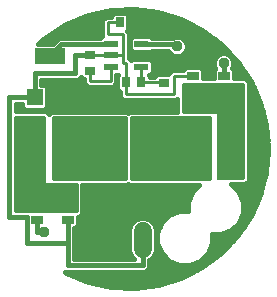
<source format=gtl>
G75*
%MOIN*%
%OFA0B0*%
%FSLAX25Y25*%
%IPPOS*%
%LPD*%
%AMOC8*
5,1,8,0,0,1.08239X$1,22.5*
%
%ADD10R,0.05118X0.05906*%
%ADD11R,0.04803X0.02441*%
%ADD12R,0.03543X0.02756*%
%ADD13R,0.02756X0.03543*%
%ADD14R,0.05512X0.05512*%
%ADD15R,0.09843X0.05512*%
%ADD16R,0.11811X0.06693*%
%ADD17R,0.11811X0.03150*%
%ADD18C,0.05906*%
%ADD19R,0.03898X0.02717*%
%ADD20C,0.01000*%
%ADD21C,0.01600*%
%ADD22C,0.03762*%
D10*
X0019510Y0057500D03*
X0026990Y0057500D03*
X0081740Y0042500D03*
X0074260Y0042500D03*
D11*
X0043843Y0084740D03*
X0043843Y0081000D03*
X0043843Y0077260D03*
X0054157Y0077260D03*
X0054157Y0084740D03*
X0054157Y0081000D03*
D12*
X0061500Y0071941D03*
X0061500Y0077059D03*
X0037000Y0081059D03*
X0037000Y0075941D03*
D13*
X0048941Y0072000D03*
X0054059Y0072000D03*
X0046941Y0092000D03*
X0052059Y0092000D03*
D14*
X0018579Y0067020D03*
X0028421Y0067020D03*
D15*
X0023500Y0080799D03*
D16*
X0040000Y0057441D03*
X0040000Y0042559D03*
X0060000Y0057441D03*
X0060000Y0042559D03*
D17*
X0040000Y0064331D03*
X0040000Y0035669D03*
X0060000Y0064331D03*
X0060000Y0035669D03*
D18*
X0054500Y0022453D02*
X0054500Y0016547D01*
X0044500Y0016547D02*
X0044500Y0022453D01*
D19*
X0019382Y0033740D03*
X0019382Y0030000D03*
X0019382Y0026260D03*
X0029618Y0026260D03*
X0029618Y0030000D03*
X0029618Y0033740D03*
X0081618Y0066760D03*
X0081618Y0070500D03*
X0081618Y0074240D03*
X0071382Y0074240D03*
X0071382Y0070500D03*
X0071382Y0066760D03*
D20*
X0043843Y0081059D02*
X0037000Y0081059D01*
X0046941Y0092000D02*
X0043000Y0092000D01*
X0043000Y0088000D01*
X0048000Y0088000D01*
X0048000Y0081000D01*
X0043843Y0081000D01*
X0048941Y0072000D02*
X0048941Y0078500D01*
X0048000Y0078500D01*
X0048000Y0081000D01*
X0048941Y0072000D02*
X0048941Y0068000D01*
X0065000Y0068000D01*
X0065000Y0074240D01*
X0071382Y0074240D01*
X0029618Y0026260D02*
X0029500Y0026260D01*
X0052059Y0092000D02*
X0056500Y0092000D01*
X0056500Y0088000D01*
X0050000Y0088000D01*
X0050000Y0081000D01*
X0054157Y0081000D01*
X0061500Y0081000D01*
X0061500Y0081300D01*
X0028421Y0067020D02*
X0040000Y0067020D01*
X0040000Y0064331D01*
X0021500Y0060500D02*
X0021500Y0038000D01*
X0032500Y0038000D01*
X0032500Y0029000D01*
X0011900Y0029000D01*
X0011900Y0060500D01*
X0021500Y0060500D01*
X0011900Y0029955D02*
X0032500Y0029955D01*
X0032500Y0030954D02*
X0011900Y0030954D01*
X0011900Y0031952D02*
X0032500Y0031952D01*
X0032500Y0032951D02*
X0011900Y0032951D01*
X0011900Y0033949D02*
X0032500Y0033949D01*
X0032500Y0034948D02*
X0011900Y0034948D01*
X0011900Y0035946D02*
X0032500Y0035946D01*
X0032500Y0036945D02*
X0011900Y0036945D01*
X0011900Y0037943D02*
X0032500Y0037943D01*
X0021500Y0038942D02*
X0011900Y0038942D01*
X0011900Y0039940D02*
X0021500Y0039940D01*
X0021500Y0040939D02*
X0011900Y0040939D01*
X0011900Y0041937D02*
X0021500Y0041937D01*
X0021500Y0042936D02*
X0011900Y0042936D01*
X0011900Y0043934D02*
X0021500Y0043934D01*
X0021500Y0044933D02*
X0011900Y0044933D01*
X0011900Y0045932D02*
X0021500Y0045932D01*
X0021500Y0046930D02*
X0011900Y0046930D01*
X0011900Y0047929D02*
X0021500Y0047929D01*
X0021500Y0048927D02*
X0011900Y0048927D01*
X0011900Y0049926D02*
X0021500Y0049926D01*
X0021500Y0050924D02*
X0011900Y0050924D01*
X0011900Y0051923D02*
X0021500Y0051923D01*
X0021500Y0052921D02*
X0011900Y0052921D01*
X0011900Y0053920D02*
X0021500Y0053920D01*
X0021500Y0054918D02*
X0011900Y0054918D01*
X0011900Y0055917D02*
X0021500Y0055917D01*
X0021500Y0056915D02*
X0011900Y0056915D01*
X0011900Y0057914D02*
X0021500Y0057914D01*
X0021500Y0058912D02*
X0011900Y0058912D01*
X0011900Y0059911D02*
X0021500Y0059911D01*
X0054157Y0077260D02*
X0054157Y0072000D01*
X0061500Y0072000D01*
X0061500Y0071941D01*
X0043843Y0077260D02*
X0043843Y0072500D01*
X0037000Y0072500D01*
X0037000Y0075941D01*
X0088000Y0040000D02*
X0079500Y0040000D01*
X0079500Y0062000D01*
X0068000Y0062000D01*
X0068000Y0071500D01*
X0088000Y0071500D01*
X0088000Y0040000D01*
X0088000Y0040939D02*
X0079500Y0040939D01*
X0079500Y0041937D02*
X0088000Y0041937D01*
X0088000Y0042936D02*
X0079500Y0042936D01*
X0079500Y0043934D02*
X0088000Y0043934D01*
X0088000Y0044933D02*
X0079500Y0044933D01*
X0079500Y0045932D02*
X0088000Y0045932D01*
X0088000Y0046930D02*
X0079500Y0046930D01*
X0079500Y0047929D02*
X0088000Y0047929D01*
X0088000Y0048927D02*
X0079500Y0048927D01*
X0079500Y0049926D02*
X0088000Y0049926D01*
X0088000Y0050924D02*
X0079500Y0050924D01*
X0079500Y0051923D02*
X0088000Y0051923D01*
X0088000Y0052921D02*
X0079500Y0052921D01*
X0079500Y0053920D02*
X0088000Y0053920D01*
X0088000Y0054918D02*
X0079500Y0054918D01*
X0079500Y0055917D02*
X0088000Y0055917D01*
X0088000Y0056915D02*
X0079500Y0056915D01*
X0079500Y0057914D02*
X0088000Y0057914D01*
X0088000Y0058912D02*
X0079500Y0058912D01*
X0079500Y0059911D02*
X0088000Y0059911D01*
X0088000Y0060909D02*
X0079500Y0060909D01*
X0079500Y0061908D02*
X0088000Y0061908D01*
X0088000Y0062906D02*
X0068000Y0062906D01*
X0068000Y0063905D02*
X0088000Y0063905D01*
X0088000Y0064903D02*
X0068000Y0064903D01*
X0068000Y0065902D02*
X0088000Y0065902D01*
X0088000Y0066900D02*
X0068000Y0066900D01*
X0068000Y0067899D02*
X0088000Y0067899D01*
X0088000Y0068897D02*
X0068000Y0068897D01*
X0068000Y0069896D02*
X0088000Y0069896D01*
X0088000Y0070894D02*
X0068000Y0070894D01*
D21*
X0043843Y0081000D02*
X0043843Y0081059D01*
X0037000Y0081059D02*
X0032000Y0081059D01*
X0032000Y0075000D01*
X0018579Y0075000D01*
X0018579Y0067020D01*
X0010000Y0067020D01*
X0010000Y0027000D01*
X0016000Y0027000D01*
X0016000Y0018500D01*
X0029500Y0018500D01*
X0029500Y0026260D01*
X0054500Y0019500D02*
X0054500Y0011000D01*
X0029500Y0011000D01*
X0029500Y0018500D01*
X0074731Y0076178D02*
X0073911Y0076998D01*
X0068853Y0076998D01*
X0068033Y0076178D01*
X0068033Y0076140D01*
X0064213Y0076140D01*
X0063100Y0075027D01*
X0063100Y0074719D01*
X0059148Y0074719D01*
X0058330Y0073900D01*
X0056837Y0073900D01*
X0056837Y0074352D01*
X0056549Y0074639D01*
X0057139Y0074639D01*
X0057959Y0075459D01*
X0057959Y0079060D01*
X0057139Y0079880D01*
X0051176Y0079880D01*
X0050712Y0079416D01*
X0049900Y0080228D01*
X0049900Y0088787D01*
X0049379Y0089308D01*
X0049719Y0089648D01*
X0049719Y0094352D01*
X0048899Y0095172D01*
X0044983Y0095172D01*
X0044163Y0094352D01*
X0044163Y0093900D01*
X0042213Y0093900D01*
X0041100Y0092787D01*
X0041100Y0087361D01*
X0040861Y0087361D01*
X0040441Y0086940D01*
X0026530Y0086940D01*
X0024545Y0084955D01*
X0019738Y0084955D01*
X0022409Y0087305D01*
X0029111Y0091432D01*
X0036413Y0094366D01*
X0044106Y0096024D01*
X0051969Y0096358D01*
X0059776Y0095359D01*
X0067301Y0093054D01*
X0074328Y0089511D01*
X0080655Y0084831D01*
X0086101Y0079149D01*
X0090508Y0072629D01*
X0093750Y0065458D01*
X0093750Y0065458D01*
X0095733Y0057842D01*
X0096400Y0050000D01*
X0095733Y0042158D01*
X0093750Y0034542D01*
X0090508Y0027371D01*
X0086101Y0020851D01*
X0080655Y0015169D01*
X0074328Y0010489D01*
X0067301Y0006946D01*
X0059776Y0004641D01*
X0051969Y0003642D01*
X0044106Y0003976D01*
X0036413Y0005634D01*
X0029111Y0008568D01*
X0028734Y0008800D01*
X0055411Y0008800D01*
X0056700Y0010089D01*
X0056700Y0012747D01*
X0056966Y0012857D01*
X0058190Y0014082D01*
X0058853Y0015681D01*
X0058853Y0023319D01*
X0058190Y0024918D01*
X0056966Y0026143D01*
X0055366Y0026805D01*
X0053634Y0026805D01*
X0052034Y0026143D01*
X0050810Y0024918D01*
X0050147Y0023319D01*
X0050147Y0015681D01*
X0050810Y0014082D01*
X0051692Y0013200D01*
X0031700Y0013200D01*
X0031700Y0023502D01*
X0032147Y0023502D01*
X0032967Y0024322D01*
X0032967Y0027100D01*
X0033287Y0027100D01*
X0034400Y0028213D01*
X0034400Y0037800D01*
X0049411Y0037800D01*
X0049750Y0038139D01*
X0050089Y0037800D01*
X0073310Y0037800D01*
X0071089Y0035579D01*
X0069704Y0032235D01*
X0069704Y0029271D01*
X0066740Y0029271D01*
X0063396Y0027885D01*
X0060836Y0025326D01*
X0059451Y0021982D01*
X0059451Y0018362D01*
X0060836Y0015017D01*
X0063396Y0012458D01*
X0066740Y0011072D01*
X0070360Y0011072D01*
X0073705Y0012458D01*
X0076264Y0015017D01*
X0077649Y0018362D01*
X0077649Y0021325D01*
X0080613Y0021325D01*
X0083958Y0022711D01*
X0086517Y0025270D01*
X0087902Y0028615D01*
X0087902Y0032235D01*
X0086517Y0035579D01*
X0083996Y0038100D01*
X0088787Y0038100D01*
X0089900Y0039213D01*
X0089900Y0072287D01*
X0088787Y0073400D01*
X0084967Y0073400D01*
X0084967Y0076178D01*
X0084347Y0076799D01*
X0084781Y0077847D01*
X0084781Y0079153D01*
X0084282Y0080359D01*
X0083359Y0081282D01*
X0082153Y0081781D01*
X0080847Y0081781D01*
X0079641Y0081282D01*
X0078718Y0080359D01*
X0078219Y0079153D01*
X0078219Y0077847D01*
X0078718Y0076641D01*
X0078725Y0076634D01*
X0078269Y0076178D01*
X0078269Y0073400D01*
X0074731Y0073400D01*
X0074731Y0076178D01*
X0057139Y0087361D02*
X0051176Y0087361D01*
X0050356Y0086541D01*
X0050356Y0082940D01*
X0051176Y0082120D01*
X0057139Y0082120D01*
X0057559Y0082540D01*
X0063053Y0082540D01*
X0063218Y0082141D01*
X0064141Y0081218D01*
X0065347Y0080719D01*
X0066653Y0080719D01*
X0067859Y0081218D01*
X0068782Y0082141D01*
X0069281Y0083347D01*
X0069281Y0084653D01*
X0068782Y0085859D01*
X0067859Y0086782D01*
X0066653Y0087281D01*
X0065347Y0087281D01*
X0064524Y0086940D01*
X0057559Y0086940D01*
X0057139Y0087361D01*
X0050089Y0062200D02*
X0049750Y0061861D01*
X0049411Y0062200D01*
X0024089Y0062200D01*
X0023288Y0061399D01*
X0022287Y0062400D01*
X0012200Y0062400D01*
X0012200Y0064820D01*
X0014423Y0064820D01*
X0014423Y0063684D01*
X0015243Y0062864D01*
X0021915Y0062864D01*
X0022735Y0063684D01*
X0022735Y0070355D01*
X0021915Y0071176D01*
X0020779Y0071176D01*
X0020779Y0072800D01*
X0032911Y0072800D01*
X0033961Y0073850D01*
X0034648Y0073163D01*
X0035100Y0073163D01*
X0035100Y0071713D01*
X0036213Y0070600D01*
X0044630Y0070600D01*
X0045743Y0071713D01*
X0045743Y0074639D01*
X0046451Y0074639D01*
X0046163Y0074352D01*
X0046163Y0069648D01*
X0046983Y0068828D01*
X0047041Y0068828D01*
X0047041Y0067213D01*
X0048154Y0066100D01*
X0065787Y0066100D01*
X0066100Y0066413D01*
X0066100Y0062200D01*
X0050089Y0062200D01*
X0040303Y0004796D02*
X0060279Y0004796D01*
X0065498Y0006394D02*
X0034521Y0006394D01*
X0030543Y0007993D02*
X0069376Y0007993D01*
X0072547Y0009591D02*
X0056202Y0009591D01*
X0056700Y0011190D02*
X0066457Y0011190D01*
X0070643Y0011190D02*
X0075275Y0011190D01*
X0063065Y0012788D02*
X0056799Y0012788D01*
X0074035Y0012788D02*
X0077436Y0012788D01*
X0050684Y0014387D02*
X0031700Y0014387D01*
X0058316Y0014387D02*
X0061467Y0014387D01*
X0075634Y0014387D02*
X0079598Y0014387D01*
X0050147Y0015985D02*
X0031700Y0015985D01*
X0058853Y0015985D02*
X0060435Y0015985D01*
X0076665Y0015985D02*
X0081438Y0015985D01*
X0050147Y0017584D02*
X0031700Y0017584D01*
X0058853Y0017584D02*
X0059773Y0017584D01*
X0077327Y0017584D02*
X0082970Y0017584D01*
X0050147Y0019182D02*
X0031700Y0019182D01*
X0058853Y0019182D02*
X0059451Y0019182D01*
X0077649Y0019182D02*
X0084502Y0019182D01*
X0050147Y0020781D02*
X0031700Y0020781D01*
X0058853Y0020781D02*
X0059451Y0020781D01*
X0077649Y0020781D02*
X0086034Y0020781D01*
X0050147Y0022379D02*
X0031700Y0022379D01*
X0058853Y0022379D02*
X0059616Y0022379D01*
X0083157Y0022379D02*
X0087134Y0022379D01*
X0050420Y0023978D02*
X0032623Y0023978D01*
X0058580Y0023978D02*
X0060278Y0023978D01*
X0085225Y0023978D02*
X0088214Y0023978D01*
X0051468Y0025576D02*
X0032967Y0025576D01*
X0057532Y0025576D02*
X0061087Y0025576D01*
X0086644Y0025576D02*
X0089295Y0025576D01*
X0062685Y0027175D02*
X0033362Y0027175D01*
X0087306Y0027175D02*
X0090375Y0027175D01*
X0065539Y0028773D02*
X0034400Y0028773D01*
X0087902Y0028773D02*
X0091142Y0028773D01*
X0069704Y0030372D02*
X0034400Y0030372D01*
X0087902Y0030372D02*
X0091864Y0030372D01*
X0069704Y0031970D02*
X0034400Y0031970D01*
X0087902Y0031970D02*
X0092587Y0031970D01*
X0070257Y0033569D02*
X0034400Y0033569D01*
X0087350Y0033569D02*
X0093309Y0033569D01*
X0070919Y0035167D02*
X0034400Y0035167D01*
X0086688Y0035167D02*
X0093912Y0035167D01*
X0072276Y0036766D02*
X0034400Y0036766D01*
X0085330Y0036766D02*
X0094328Y0036766D01*
X0094745Y0038364D02*
X0089051Y0038364D01*
X0089900Y0039963D02*
X0095161Y0039963D01*
X0095577Y0041561D02*
X0089900Y0041561D01*
X0089900Y0043160D02*
X0095818Y0043160D01*
X0095954Y0044758D02*
X0089900Y0044758D01*
X0089900Y0046357D02*
X0096090Y0046357D01*
X0096226Y0047955D02*
X0089900Y0047955D01*
X0089900Y0049554D02*
X0096362Y0049554D01*
X0096302Y0051152D02*
X0089900Y0051152D01*
X0089900Y0052751D02*
X0096166Y0052751D01*
X0096030Y0054349D02*
X0089900Y0054349D01*
X0089900Y0055948D02*
X0095894Y0055948D01*
X0095758Y0057546D02*
X0089900Y0057546D01*
X0089900Y0059145D02*
X0095393Y0059145D01*
X0094977Y0060743D02*
X0089900Y0060743D01*
X0066100Y0062342D02*
X0022345Y0062342D01*
X0089900Y0062342D02*
X0094561Y0062342D01*
X0014423Y0063940D02*
X0012200Y0063940D01*
X0022735Y0063940D02*
X0066100Y0063940D01*
X0089900Y0063940D02*
X0094145Y0063940D01*
X0066100Y0065539D02*
X0022735Y0065539D01*
X0089900Y0065539D02*
X0093713Y0065539D01*
X0047116Y0067137D02*
X0022735Y0067137D01*
X0089900Y0067137D02*
X0092990Y0067137D01*
X0047041Y0068736D02*
X0022735Y0068736D01*
X0089900Y0068736D02*
X0092268Y0068736D01*
X0046163Y0070334D02*
X0022735Y0070334D01*
X0089900Y0070334D02*
X0091545Y0070334D01*
X0035100Y0071933D02*
X0020779Y0071933D01*
X0045743Y0071933D02*
X0046163Y0071933D01*
X0089900Y0071933D02*
X0090822Y0071933D01*
X0034280Y0073532D02*
X0033643Y0073532D01*
X0045743Y0073532D02*
X0046163Y0073532D01*
X0074731Y0073532D02*
X0078269Y0073532D01*
X0084967Y0073532D02*
X0089898Y0073532D01*
X0063203Y0075130D02*
X0057630Y0075130D01*
X0074731Y0075130D02*
X0078269Y0075130D01*
X0084967Y0075130D02*
X0088817Y0075130D01*
X0068583Y0076729D02*
X0057959Y0076729D01*
X0074180Y0076729D02*
X0078682Y0076729D01*
X0084417Y0076729D02*
X0087737Y0076729D01*
X0078219Y0078327D02*
X0057959Y0078327D01*
X0084781Y0078327D02*
X0086657Y0078327D01*
X0078539Y0079926D02*
X0050202Y0079926D01*
X0084461Y0079926D02*
X0085357Y0079926D01*
X0063836Y0081524D02*
X0049900Y0081524D01*
X0068164Y0081524D02*
X0080227Y0081524D01*
X0082773Y0081524D02*
X0083825Y0081524D01*
X0050356Y0083123D02*
X0049900Y0083123D01*
X0069188Y0083123D02*
X0082293Y0083123D01*
X0050356Y0084721D02*
X0049900Y0084721D01*
X0069253Y0084721D02*
X0080761Y0084721D01*
X0025909Y0086320D02*
X0021289Y0086320D01*
X0049900Y0086320D02*
X0050356Y0086320D01*
X0068321Y0086320D02*
X0078643Y0086320D01*
X0041100Y0087918D02*
X0023404Y0087918D01*
X0049900Y0087918D02*
X0076481Y0087918D01*
X0041100Y0089517D02*
X0026000Y0089517D01*
X0049587Y0089517D02*
X0074317Y0089517D01*
X0041100Y0091115D02*
X0028596Y0091115D01*
X0049719Y0091115D02*
X0071146Y0091115D01*
X0041100Y0092714D02*
X0032301Y0092714D01*
X0049719Y0092714D02*
X0067976Y0092714D01*
X0044163Y0094312D02*
X0036279Y0094312D01*
X0049719Y0094312D02*
X0063192Y0094312D01*
X0055464Y0095911D02*
X0043580Y0095911D01*
X0061500Y0077059D02*
X0061500Y0081300D01*
X0060500Y0081400D01*
X0054157Y0084740D02*
X0065260Y0084740D01*
X0066000Y0084000D01*
X0021500Y0022000D02*
X0019382Y0022000D01*
X0019382Y0026260D01*
X0081500Y0078500D02*
X0081618Y0078500D01*
X0081618Y0074240D01*
X0048500Y0060000D02*
X0048500Y0040000D01*
X0025000Y0040000D01*
X0025000Y0060000D01*
X0048500Y0060000D01*
X0048500Y0041561D02*
X0025000Y0041561D01*
X0025000Y0043160D02*
X0048500Y0043160D01*
X0048500Y0044758D02*
X0025000Y0044758D01*
X0025000Y0046357D02*
X0048500Y0046357D01*
X0048500Y0047955D02*
X0025000Y0047955D01*
X0025000Y0049554D02*
X0048500Y0049554D01*
X0048500Y0051152D02*
X0025000Y0051152D01*
X0025000Y0052751D02*
X0048500Y0052751D01*
X0048500Y0054349D02*
X0025000Y0054349D01*
X0025000Y0055948D02*
X0048500Y0055948D01*
X0048500Y0057546D02*
X0025000Y0057546D01*
X0025000Y0059145D02*
X0048500Y0059145D01*
X0076500Y0040000D02*
X0051000Y0040000D01*
X0051000Y0060000D01*
X0076500Y0060000D01*
X0076500Y0040000D01*
X0076500Y0041561D02*
X0051000Y0041561D01*
X0051000Y0043160D02*
X0076500Y0043160D01*
X0076500Y0044758D02*
X0051000Y0044758D01*
X0051000Y0046357D02*
X0076500Y0046357D01*
X0076500Y0047955D02*
X0051000Y0047955D01*
X0051000Y0049554D02*
X0076500Y0049554D01*
X0076500Y0051152D02*
X0051000Y0051152D01*
X0051000Y0052751D02*
X0076500Y0052751D01*
X0076500Y0054349D02*
X0051000Y0054349D01*
X0051000Y0055948D02*
X0076500Y0055948D01*
X0076500Y0057546D02*
X0051000Y0057546D01*
X0051000Y0059145D02*
X0076500Y0059145D01*
X0054157Y0072000D02*
X0054059Y0072000D01*
X0043843Y0084740D02*
X0027441Y0084740D01*
X0023500Y0080799D01*
D22*
X0060500Y0081400D03*
X0051000Y0064000D03*
X0066000Y0084000D03*
X0081500Y0078500D03*
X0021500Y0022000D03*
X0027000Y0051000D03*
X0031500Y0051000D03*
X0036000Y0051000D03*
X0040500Y0051000D03*
X0045000Y0051000D03*
X0027000Y0046000D03*
X0031500Y0046000D03*
X0027000Y0041500D03*
X0031500Y0041500D03*
X0054000Y0050000D03*
X0058500Y0050000D03*
X0063000Y0050000D03*
X0067500Y0050000D03*
X0072000Y0050000D03*
X0074000Y0054000D03*
X0069500Y0054000D03*
X0069500Y0058500D03*
X0074000Y0058500D03*
M02*

</source>
